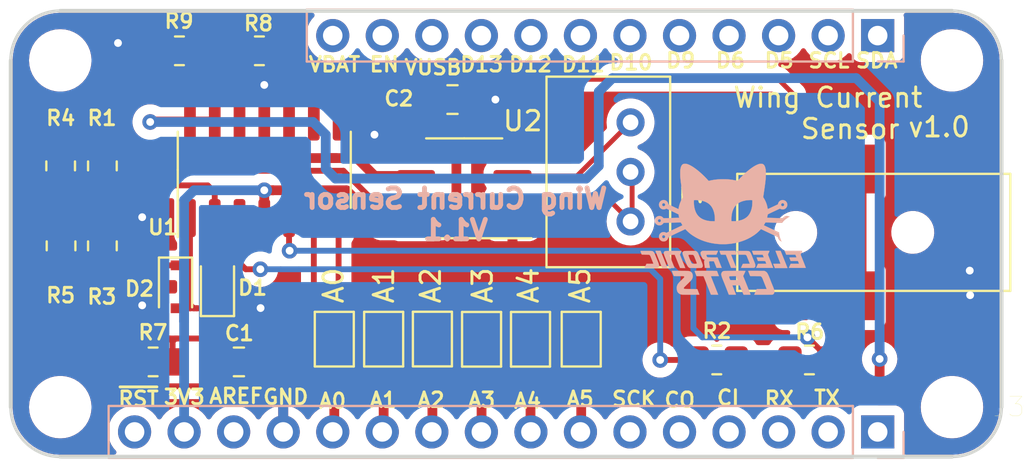
<source format=kicad_pcb>
(kicad_pcb (version 20221018) (generator pcbnew)
  (title_block (title "Wing Current Sensor") (date "2021-03-12") (rev "v1.0") (company "Electronic Cats"))
  (layers (0 "F.Cu" signal) (31 "B.Cu" signal) (34 "B.Paste" user) (35 "F.Paste" user) (36 "B.SilkS" user "B.Silkscreen") (37 "F.SilkS" user "F.Silkscreen") (38 "B.Mask" user) (39 "F.Mask" user) (44 "Edge.Cuts" user))
  (net 0 "")
  (net 1 "Net-(C1-Pad2)")
  (net 2 "/OUT")
  (net 3 "GND")
  (net 4 "Net-(D1-Pad2)")
  (net 5 "Net-(D1-Pad1)")
  (net 6 "Net-(D2-Pad1)")
  (net 7 "Net-(R2-Pad1)")
  (net 8 "Net-(R6-Pad1)")
  (net 9 "Net-(RV1-Pad1)")
  (net 10 "Net-(RV1-Pad3)")
  (net 11 "Net-(R8-Pad2)")
  (net 12 "/TX")
  (net 13 "/RX")
  (net 14 "/MISO")
  (net 15 "/MOSI")
  (net 16 "/SCK")
  (net 17 "/A5")
  (net 18 "/A4")
  (net 19 "/A3")
  (net 20 "/A2")
  (net 21 "/A1")
  (net 22 "/A0")
  (net 23 "/AREF")
  (net 24 "+3V3")
  (net 25 "/~{RST}")
  (net 26 "/SDA")
  (net 27 "/SCL")
  (net 28 "/EN")
  (net 29 "/VBUS")
  (net 30 "Net-(J1-Pad1)")
  (net 31 "/9")
  (net 32 "/10")
  (net 33 "/11")
  (net 34 "/12")
  (net 35 "/13")
  (net 36 "Net-(J2-Pad12)")
  (net 37 "Net-(J2-Pad3)")
  (net 38 "Net-(J2-Pad4)")
  (net 39 "/IN+")
  (net 40 "/OUT1")
  (net 41 "/VREF")
  (net 42 "Net-(J3-Pad2)")
  (footprint "MountingHole:MountingHole_2.7mm_M2.5" (layer "F.Cu") (at 110.54 92.94)
    (fp_text reference "REF**" hide)
    (fp_text value "MountingHole_2.7mm_M2.5" hide)
    (pad "" np_thru_hole circle locked (at 0 0) (size 2.7 2.7) (drill 2.7) (layers "*.Cu" "*.Mask"))
  )
  (footprint "MountingHole:MountingHole_2.7mm_M2.5" (layer "F.Cu") (at 110.54 110.72)
    (fp_text reference "REF**" hide)
    (fp_text value "MountingHole_2.7mm_M2.5" hide)
    (pad "" np_thru_hole circle locked (at 0 0) (size 2.7 2.7) (drill 2.7) (layers "*.Cu" "*.Mask"))
  )
  (footprint "MountingHole:MountingHole_2.7mm_M2.5" (layer "F.Cu") (at 156.26 110.72)
    (fp_text reference "REF**" hide)
    (fp_text value "MountingHole_2.7mm_M2.5" hide)
    (pad "" np_thru_hole circle locked (at 0 0) (size 2.7 2.7) (drill 2.7) (layers "*.Cu" "*.Mask"))
  )
  (footprint "MountingHole:MountingHole_2.7mm_M2.5" (layer "F.Cu") (at 156.26 92.94)
    (fp_text reference "REF**" hide)
    (fp_text value "MountingHole_2.7mm_M2.5" hide)
    (pad "" np_thru_hole circle locked (at 0 0) (size 2.7 2.7) (drill 2.7) (layers "*.Cu" "*.Mask"))
  )
  (footprint "Capacitor_SMD:C_0805_2012Metric_Pad1.18x1.45mm_HandSolder" (layer "F.Cu") (at 119.7 108.4)
    (fp_text reference "C1" (at 0.02 -1.466) (layer "F.SilkS") (effects (font (size 0.75 0.75))))
    (fp_text value "10 μ ")
    (pad "1" smd roundrect (at -1.0375 0) (size 1.175 1.45) (layers "F.Cu" "F.Paste" "F.Mask") (roundrect_rratio 0.2127659574) (net 2 "/OUT"))
    (pad "2" smd roundrect (at 1.0375 0) (size 1.175 1.45) (layers "F.Cu" "F.Paste" "F.Mask") (roundrect_rratio 0.2127659574) (net 1 "Net-(C1-Pad2)"))
  )
  (footprint "Capacitor_SMD:C_0805_2012Metric_Pad1.18x1.45mm_HandSolder" (layer "F.Cu") (at 130.65 94.95)
    (fp_text reference "C2" (at -2.75 -0.05) (layer "F.SilkS") (effects (font (size 0.75 0.75))))
    (fp_text value "0.1μ ")
    (pad "1" smd roundrect (at -1.0375 0) (size 1.175 1.45) (layers "F.Cu" "F.Paste" "F.Mask") (roundrect_rratio 0.2127659574) (net 24 "+3V3"))
    (pad "2" smd roundrect (at 1.0375 0) (size 1.175 1.45) (layers "F.Cu" "F.Paste" "F.Mask") (roundrect_rratio 0.2127659574) (net 3 "GND"))
  )
  (footprint "Diode_SMD:D_SOD-323F" (layer "F.Cu") (at 118.6 104.55 90)
    (fp_text reference "D1" (at -0.05 1.796 180) (layer "F.SilkS") (effects (font (size 0.75 0.75))))
    (fp_text value "DIODE")
    (pad "1" smd rect (at -1.1 0 90) (size 0.5 0.5) (layers "F.Cu" "F.Paste" "F.Mask") (net 5 "Net-(D1-Pad1)"))
    (pad "2" smd rect (at 1.1 0 90) (size 0.5 0.5) (layers "F.Cu" "F.Paste" "F.Mask") (net 4 "Net-(D1-Pad2)"))
  )
  (footprint "Diode_SMD:D_SOD-323F" (layer "F.Cu") (at 116.45 104.55 -90)
    (fp_text reference "D2" (at 0.1 1.85 180) (layer "F.SilkS") (effects (font (size 0.75 0.75))))
    (fp_text value "DIODE")
    (pad "1" smd rect (at -1.1 0 270) (size 0.5 0.5) (layers "F.Cu" "F.Paste" "F.Mask") (net 6 "Net-(D2-Pad1)"))
    (pad "2" smd rect (at 1.1 0 270) (size 0.5 0.5) (layers "F.Cu" "F.Paste" "F.Mask") (net 5 "Net-(D1-Pad1)"))
  )
  (footprint "CUI_SJ-3524-SMT" (layer "F.Cu") (at 159.25 104.76 180)
    (fp_text reference "J3" (at 0.075115 -5.945065) (layer "F.SilkS") (effects (font (size 1.001693 1.001693) (thickness 0.015))))
    (fp_text value "PJ-320B")
    (pad "" np_thru_hole circle (at 5 3 180) (size 1.7 1.7) (drill 1.7) (layers "*.Cu" "*.Mask"))
    (pad "" np_thru_hole circle (at 11 3 180) (size 1.7 1.7) (drill 1.7) (layers "*.Cu" "*.Mask"))
    (pad "1" smd rect (at 4.3 -0.25 180) (size 1.2 2.5) (layers "F.Cu" "F.Paste" "F.Mask") (net 3 "GND"))
    (pad "1" smd rect (at 4.3 6.25 180) (size 1.2 2.5) (layers "F.Cu" "F.Paste" "F.Mask") (net 3 "GND"))
    (pad "2" smd rect (at 7.5 -0.25 180) (size 1.2 2.5) (layers "F.Cu" "F.Paste" "F.Mask") (net 42 "Net-(J3-Pad2)"))
    (pad "2" smd rect (at 7.5 6.25 180) (size 1.2 2.5) (layers "F.Cu" "F.Paste" "F.Mask") (net 42 "Net-(J3-Pad2)"))
    (pad "3" smd rect (at 11 -0.25 180) (size 1.2 2.5) (layers "F.Cu" "F.Paste" "F.Mask") (net 39 "/IN+"))
    (pad "3" smd rect (at 11 6.25 180) (size 1.2 2.5) (layers "F.Cu" "F.Paste" "F.Mask") (net 39 "/IN+"))
  )
  (footprint "Resistor_SMD:R_0805_2012Metric_Pad1.20x1.40mm_HandSolder" (layer "F.Cu") (at 112.7 98.35 -90)
    (fp_text reference "R1" (at -2.45 0.02 180) (layer "F.SilkS") (effects (font (size 0.75 0.75))))
    (fp_text value "10K")
    (pad "1" smd roundrect (at -1 0 270) (size 1.2 1.4) (layers "F.Cu" "F.Paste" "F.Mask") (roundrect_rratio 0.2083325) (net 40 "/OUT1"))
    (pad "2" smd roundrect (at 1 0 270) (size 1.2 1.4) (layers "F.Cu" "F.Paste" "F.Mask") (roundrect_rratio 0.2083325) (net 4 "Net-(D1-Pad2)"))
  )
  (footprint "Resistor_SMD:R_0805_2012Metric_Pad1.20x1.40mm_HandSolder" (layer "F.Cu") (at 144.2 108.3)
    (fp_text reference "R2" (at 0.01 -1.49) (layer "F.SilkS") (effects (font (size 0.75 0.75))))
    (fp_text value "5K")
    (pad "1" smd roundrect (at -1 0) (size 1.2 1.4) (layers "F.Cu" "F.Paste" "F.Mask") (roundrect_rratio 0.2083325) (net 7 "Net-(R2-Pad1)"))
    (pad "2" smd roundrect (at 1 0) (size 1.2 1.4) (layers "F.Cu" "F.Paste" "F.Mask") (roundrect_rratio 0.2083325) (net 41 "/VREF"))
  )
  (footprint "Resistor_SMD:R_0805_2012Metric_Pad1.20x1.40mm_HandSolder" (layer "F.Cu") (at 112.7 102.45 -90)
    (fp_text reference "R3" (at 2.61 0.03 180) (layer "F.SilkS") (effects (font (size 0.75 0.75))))
    (fp_text value "10K")
    (pad "1" smd roundrect (at -1 0 270) (size 1.2 1.4) (layers "F.Cu" "F.Paste" "F.Mask") (roundrect_rratio 0.2083325) (net 4 "Net-(D1-Pad2)"))
    (pad "2" smd roundrect (at 1 0 270) (size 1.2 1.4) (layers "F.Cu" "F.Paste" "F.Mask") (roundrect_rratio 0.2083325) (net 6 "Net-(D2-Pad1)"))
  )
  (footprint "Resistor_SMD:R_0805_2012Metric_Pad1.20x1.40mm_HandSolder" (layer "F.Cu") (at 110.58 102.45 90)
    (fp_text reference "R5" (at -2.54 -0.02 180) (layer "F.SilkS") (effects (font (size 0.75 0.75))))
    (fp_text value "5K")
    (pad "1" smd roundrect (at -1 0 90) (size 1.2 1.4) (layers "F.Cu" "F.Paste" "F.Mask") (roundrect_rratio 0.2083325) (net 6 "Net-(D2-Pad1)"))
    (pad "2" smd roundrect (at 1 0 90) (size 1.2 1.4) (layers "F.Cu" "F.Paste" "F.Mask") (roundrect_rratio 0.2083325) (net 1 "Net-(C1-Pad2)"))
  )
  (footprint "Resistor_SMD:R_0805_2012Metric_Pad1.20x1.40mm_HandSolder" (layer "F.Cu") (at 148.95 108.3 180)
    (fp_text reference "R6" (at -0.02 1.44) (layer "F.SilkS") (effects (font (size 0.75 0.75))))
    (fp_text value "3.3K")
    (pad "1" smd roundrect (at -1 0 180) (size 1.2 1.4) (layers "F.Cu" "F.Paste" "F.Mask") (roundrect_rratio 0.2083325) (net 8 "Net-(R6-Pad1)"))
    (pad "2" smd roundrect (at 1 0 180) (size 1.2 1.4) (layers "F.Cu" "F.Paste" "F.Mask") (roundrect_rratio 0.2083325) (net 41 "/VREF"))
  )
  (footprint "Resistor_SMD:R_0805_2012Metric_Pad1.20x1.40mm_HandSolder" (layer "F.Cu") (at 115.3 108.4)
    (fp_text reference "R7" (at -0.01 -1.51) (layer "F.SilkS") (effects (font (size 0.75 0.75))))
    (fp_text value "10K")
    (pad "1" smd roundrect (at -1 0) (size 1.2 1.4) (layers "F.Cu" "F.Paste" "F.Mask") (roundrect_rratio 0.2083325) (net 2 "/OUT"))
    (pad "2" smd roundrect (at 1 0) (size 1.2 1.4) (layers "F.Cu" "F.Paste" "F.Mask") (roundrect_rratio 0.2083325) (net 1 "Net-(C1-Pad2)"))
  )
  (footprint "Resistor_SMD:R_0805_2012Metric_Pad1.20x1.40mm_HandSolder" (layer "F.Cu") (at 120.75 92.45 180)
    (fp_text reference "R8" (at 0.05 1.4 180) (layer "F.SilkS") (effects (font (size 0.75 0.75))))
    (fp_text value "10K")
    (pad "1" smd roundrect (at -1 0 180) (size 1.2 1.4) (layers "F.Cu" "F.Paste" "F.Mask") (roundrect_rratio 0.2083325) (net 24 "+3V3"))
    (pad "2" smd roundrect (at 1 0 180) (size 1.2 1.4) (layers "F.Cu" "F.Paste" "F.Mask") (roundrect_rratio 0.2083325) (net 11 "Net-(R8-Pad2)"))
  )
  (footprint "Resistor_SMD:R_0805_2012Metric_Pad1.20x1.40mm_HandSolder" (layer "F.Cu") (at 116.65 92.45 180)
    (fp_text reference "R9" (at 0.02 1.53 180) (layer "F.SilkS") (effects (font (size 0.75 0.75))))
    (fp_text value "10K")
    (pad "1" smd roundrect (at -1 0 180) (size 1.2 1.4) (layers "F.Cu" "F.Paste" "F.Mask") (roundrect_rratio 0.2083325) (net 11 "Net-(R8-Pad2)"))
    (pad "2" smd roundrect (at 1 0 180) (size 1.2 1.4) (layers "F.Cu" "F.Paste" "F.Mask") (roundrect_rratio 0.2083325) (net 3 "GND"))
  )
  (footprint "Potentiometer_THT:Potentiometer_Bourns_3299W_Vertical" (layer "F.Cu") (at 139.78 101.2 -90)
    (fp_text reference "RV1" (at -1.35 -3.55 180) (layer "F.SilkS") (effects (font (size 0.75 0.75))))
    (fp_text value "10K")
    (pad "1" thru_hole circle (at 0 0 270) (size 1.44 1.44) (drill 0.8) (layers "*.Cu" "*.Mask") (net 9 "Net-(RV1-Pad1)"))
    (pad "2" thru_hole circle (at -2.54 0 270) (size 1.44 1.44) (drill 0.8) (layers "*.Cu" "*.Mask") (net 9 "Net-(RV1-Pad1)"))
    (pad "3" thru_hole circle (at -5.08 0 270) (size 1.44 1.44) (drill 0.8) (layers "*.Cu" "*.Mask") (net 10 "Net-(RV1-Pad3)"))
  )
  (footprint "Package_SO:SO-14_3.9x8.65mm_P1.27mm" (layer "F.Cu") (at 121 98.55 90)
    (fp_text reference "U1" (at -2.95 -5.2 180) (layer "F.SilkS") (effects (font (size 0.75 0.75))))
    (fp_text value "TL084")
    (pad "1" smd roundrect (at -2.475 -3.81 90) (size 1.95 0.6) (layers "F.Cu" "F.Paste" "F.Mask") (net 5 "Net-(D1-Pad1)"))
    (pad "2" smd roundrect (at -2.475 -2.54 90) (size 1.95 0.6) (layers "F.Cu" "F.Paste" "F.Mask") (net 4 "Net-(D1-Pad2)"))
    (pad "3" smd roundrect (at -2.475 -1.27 90) (size 1.95 0.6) (layers "F.Cu" "F.Paste" "F.Mask") (net 7 "Net-(R2-Pad1)"))
    (pad "4" smd roundrect (at -2.475 0 90) (size 1.95 0.6) (layers "F.Cu" "F.Paste" "F.Mask") (net 24 "+3V3"))
    (pad "5" smd roundrect (at -2.475 1.27 90) (size 1.95 0.6) (layers "F.Cu" "F.Paste" "F.Mask") (net 8 "Net-(R6-Pad1)"))
    (pad "6" smd roundrect (at -2.475 2.54 90) (size 1.95 0.6) (layers "F.Cu" "F.Paste" "F.Mask") (net 1 "Net-(C1-Pad2)"))
    (pad "7" smd roundrect (at -2.475 3.81 90) (size 1.95 0.6) (layers "F.Cu" "F.Paste" "F.Mask") (net 2 "/OUT"))
    (pad "8" smd roundrect (at 2.475 3.81 90) (size 1.95 0.6) (layers "F.Cu" "F.Paste" "F.Mask"))
    (pad "9" smd roundrect (at 2.475 2.54 90) (size 1.95 0.6) (layers "F.Cu" "F.Paste" "F.Mask"))
    (pad "10" smd roundrect (at 2.475 1.27 90) (size 1.95 0.6) (layers "F.Cu" "F.Paste" "F.Mask"))
    (pad "11" smd roundrect (at 2.475 0 90) (size 1.95 0.6) (layers "F.Cu" "F.Paste" "F.Mask") (net 3 "GND"))
    (pad "12" smd roundrect (at 2.475 -1.27 90) (size 1.95 0.6) (layers "F.Cu" "F.Paste" "F.Mask") (net 11 "Net-(R8-Pad2)"))
    (pad "13" smd roundrect (at 2.475 -2.54 90) (size 1.95 0.6) (layers "F.Cu" "F.Paste" "F.Mask") (net 41 "/VREF"))
    (pad "14" smd roundrect (at 2.475 -3.81 90) (size 1.95 0.6) (layers "F.Cu" "F.Paste" "F.Mask") (net 41 "/VREF"))
  )
  (footprint "Package_SO:SOIC-8_3.9x4.9mm_P1.27mm" (layer "F.Cu") (at 131.25 99.5 180)
    (fp_text reference "U2" (at -3 3.45) (layer "F.SilkS"))
    (fp_text value "AD8226")
    (pad "1" smd roundrect (at -2.475 -1.905 180) (size 1.95 0.6) (layers "F.Cu" "F.Paste" "F.Mask") (net 3 "GND"))
    (pad "2" smd roundrect (at -2.475 -0.635 180) (size 1.95 0.6) (layers "F.Cu" "F.Paste" "F.Mask") (net 9 "Net-(RV1-Pad1)"))
    (pad "3" smd roundrect (at -2.475 0.635 180) (size 1.95 0.6) (layers "F.Cu" "F.Paste" "F.Mask") (net 10 "Net-(RV1-Pad3)"))
    (pad "4" smd roundrect (at -2.475 1.905 180) (size 1.95 0.6) (layers "F.Cu" "F.Paste" "F.Mask") (net 39 "/IN+"))
    (pad "5" smd roundrect (at 2.475 1.905 180) (size 1.95 0.6) (layers "F.Cu" "F.Paste" "F.Mask") (net 3 "GND"))
    (pad "6" smd roundrect (at 2.475 0.635 180) (size 1.95 0.6) (layers "F.Cu" "F.Paste" "F.Mask") (net 41 "/VREF"))
    (pad "7" smd roundrect (at 2.475 -0.635 180) (size 1.95 0.6) (layers "F.Cu" "F.Paste" "F.Mask") (net 40 "/OUT1"))
    (pad "8" smd roundrect (at 2.475 -1.905 180) (size 1.95 0.6) (layers "F.Cu" "F.Paste" "F.Mask") (net 24 "+3V3"))
  )
  (footprint "Resistor_SMD:R_0805_2012Metric_Pad1.20x1.40mm_HandSolder" (layer "F.Cu") (at 110.56 98.35 -90)
    (fp_text reference "R4" (at -2.45 0 180) (layer "F.SilkS") (effects (font (size 0.75 0.75))))
    (fp_text value "10K")
    (pad "1" smd roundrect (at -1 0 270) (size 1.2 1.4) (layers "F.Cu" "F.Paste" "F.Mask") (roundrect_rratio 0.2083325) (net 40 "/OUT1"))
    (pad "2" smd roundrect (at 1 0 270) (size 1.2 1.4) (layers "F.Cu" "F.Paste" "F.Mask") (roundrect_rratio 0.2083325) (net 1 "Net-(C1-Pad2)"))
  )
  (footprint "Jumper:SolderJumper-2_P1.3mm_Open_TrianglePad1.0x1.5mm" (layer "F.Cu") (at 137.25 107.235 -90)
    (fp_text reference "A5" (at -2.755 0.06 90) (layer "F.SilkS"))
    (fp_text value "A5")
    (pad "1" smd custom (at -0.725 0 270) (size 0.3 0.3) (layers "F.Cu" "F.Mask") (net 2 "/OUT") (options (clearance outline) (anchor rect)) (primitives (gr_poly (pts (xy -0.5 -0.75) (xy 0.5 -0.75) (xy 1 0) (xy 0.5 0.75) (xy -0.5 0.75)) (width 0) (fill yes))))
    (pad "2" smd custom (at 0.725 0 270) (size 0.3 0.3) (layers "F.Cu" "F.Mask") (net 17 "/A5") (options (clearance outline) (anchor rect)) (primitives (gr_poly (pts (xy -0.65 -0.75) (xy 0.5 -0.75) (xy 0.5 0.75) (xy -0.65 0.75) (xy -0.15 0)) (width 0) (fill yes))))
  )
  (footprint "Jumper:SolderJumper-2_P1.3mm_Open_TrianglePad1.0x1.5mm" (layer "F.Cu") (at 134.65 107.24 -90)
    (fp_text reference "A4" (at -2.76 0.1 90) (layer "F.SilkS"))
    (fp_text value "A4")
    (pad "1" smd custom (at -0.725 0 270) (size 0.3 0.3) (layers "F.Cu" "F.Mask") (net 2 "/OUT") (options (clearance outline) (anchor rect)) (primitives (gr_poly (pts (xy -0.5 -0.75) (xy 0.5 -0.75) (xy 1 0) (xy 0.5 0.75) (xy -0.5 0.75)) (width 0) (fill yes))))
    (pad "2" smd custom (at 0.725 0 270) (size 0.3 0.3) (layers "F.Cu" "F.Mask") (net 18 "/A4") (options (clearance outline) (anchor rect)) (primitives (gr_poly (pts (xy -0.65 -0.75) (xy 0.5 -0.75) (xy 0.5 0.75) (xy -0.65 0.75) (xy -0.15 0)) (width 0) (fill yes))))
  )
  (footprint "Jumper:SolderJumper-2_P1.3mm_Open_TrianglePad1.0x1.5mm" (layer "F.Cu") (at 129.62 107.23 -90)
    (fp_text reference "A2" (at -2.75 0.09 90) (layer "F.SilkS"))
    (fp_text value "A2")
    (pad "1" smd custom (at -0.725 0 270) (size 0.3 0.3) (layers "F.Cu" "F.Mask") (net 2 "/OUT") (options (clearance outline) (anchor rect)) (primitives (gr_poly (pts (xy -0.5 -0.75) (xy 0.5 -0.75) (xy 1 0) (xy 0.5 0.75) (xy -0.5 0.75)) (width 0) (fill yes))))
    (pad "2" smd custom (at 0.725 0 270) (size 0.3 0.3) (layers "F.Cu" "F.Mask") (net 20 "/A2") (options (clearance outline) (anchor rect)) (primitives (gr_poly (pts (xy -0.65 -0.75) (xy 0.5 -0.75) (xy 0.5 0.75) (xy -0.65 0.75) (xy -0.15 0)) (width 0) (fill yes))))
  )
  (footprint "Jumper:SolderJumper-2_P1.3mm_Open_TrianglePad1.0x1.5mm" (layer "F.Cu") (at 132.14 107.24 -90)
    (fp_text reference "A3" (at -2.76 -0.05 90) (layer "F.SilkS"))
    (fp_text value "A3")
    (pad "1" smd custom (at -0.725 0 270) (size 0.3 0.3) (layers "F.Cu" "F.Mask") (net 2 "/OUT") (options (clearance outline) (anchor rect)) (primitives (gr_poly (pts (xy -0.5 -0.75) (xy 0.5 -0.75) (xy 1 0) (xy 0.5 0.75) (xy -0.5 0.75)) (width 0) (fill yes))))
    (pad "2" smd custom (at 0.725 0 270) (size 0.3 0.3) (layers "F.Cu" "F.Mask") (net 19 "/A3") (options (clearance outline) (anchor rect)) (primitives (gr_poly (pts (xy -0.65 -0.75) (xy 0.5 -0.75) (xy 0.5 0.75) (xy -0.65 0.75) (xy -0.15 0)) (width 0) (fill yes))))
  )
  (footprint "Jumper:SolderJumper-2_P1.3mm_Open_TrianglePad1.0x1.5mm" (layer "F.Cu") (at 124.59 107.235 -90)
    (fp_text reference "A0" (at -2.755 0.04 90) (layer "F.SilkS"))
    (fp_text value "A0")
    (pad "1" smd custom (at -0.725 0 270) (size 0.3 0.3) (layers "F.Cu" "F.Mask") (net 2 "/OUT") (options (clearance outline) (anchor rect)) (primitives (gr_poly (pts (xy -0.5 -0.75) (xy 0.5 -0.75) (xy 1 0) (xy 0.5 0.75) (xy -0.5 0.75)) (width 0) (fill yes))))
    (pad "2" smd custom (at 0.725 0 270) (size 0.3 0.3) (layers "F.Cu" "F.Mask") (net 22 "/A0") (options (clearance outline) (anchor rect)) (primitives (gr_poly (pts (xy -0.65 -0.75) (xy 0.5 -0.75) (xy 0.5 0.75) (xy -0.65 0.75) (xy -0.15 0)) (width 0) (fill yes))))
  )
  (footprint "Jumper:SolderJumper-2_P1.3mm_Open_TrianglePad1.0x1.5mm" (layer "F.Cu") (at 127.12 107.235 -90)
    (fp_text reference "A1" (at -2.755 -0.01 90) (layer "F.SilkS"))
    (fp_text value "A1")
    (pad "1" smd custom (at -0.725 0 270) (size 0.3 0.3) (layers "F.Cu" "F.Mask") (net 2 "/OUT") (options (clearance outline) (anchor rect)) (primitives (gr_poly (pts (xy -0.5 -0.75) (xy 0.5 -0.75) (xy 1 0) (xy 0.5 0.75) (xy -0.5 0.75)) (width 0) (fill yes))))
    (pad "2" smd custom (at 0.725 0 270) (size 0.3 0.3) (layers "F.Cu" "F.Mask") (net 21 "/A1") (options (clearance outline) (anchor rect)) (primitives (gr_poly (pts (xy -0.65 -0.75) (xy 0.5 -0.75) (xy 0.5 0.75) (xy -0.65 0.75) (xy -0.15 0)) (width 0) (fill yes))))
  )
  (footprint "Connector_PinHeader_2.54mm:PinHeader_1x16_P2.54mm_Vertical" (layer "B.Cu") (at 152.45 111.99 90)
    (fp_text reference "J1" hide)
    (fp_text value "feather long" hide)
    (pad "1" thru_hole rect (at 0 0 90) (size 1.7 1.7) (drill 1) (layers "*.Cu" "*.Mask") (net 30 "Net-(J1-Pad1)"))
    (pad "2" thru_hole oval (at 0 -2.54 90) (size 1.7 1.7) (drill 1) (layers "*.Cu" "*.Mask") (net 12 "/TX"))
    (pad "3" thru_hole oval (at 0 -5.08 90) (size 1.7 1.7) (drill 1) (layers "*.Cu" "*.Mask") (net 13 "/RX"))
    (pad "4" thru_hole oval (at 0 -7.62 90) (size 1.7 1.7) (drill 1) (layers "*.Cu" "*.Mask") (net 14 "/MISO"))
    (pad "5" thru_hole oval (at 0 -10.16 90) (size 1.7 1.7) (drill 1) (layers "*.Cu" "*.Mask") (net 15 "/MOSI"))
    (pad "6" thru_hole oval (at 0 -12.7 90) (size 1.7 1.7) (drill 1) (layers "*.Cu" "*.Mask") (net 16 "/SCK"))
    (pad "7" thru_hole oval (at 0 -15.24 90) (size 1.7 1.7) (drill 1) (layers "*.Cu" "*.Mask") (net 17 "/A5"))
    (pad "8" thru_hole oval (at 0 -17.78 90) (size 1.7 1.7) (drill 1) (layers "*.Cu" "*.Mask") (net 18 "/A4"))
    (pad "9" thru_hole oval (at 0 -20.32 90) (size 1.7 1.7) (drill 1) (layers "*.Cu" "*.Mask") (net 19 "/A3"))
    (pad "10" thru_hole oval (at 0 -22.86 90) (size 1.7 1.7) (drill 1) (layers "*.Cu" "*.Mask") (net 20 "/A2"))
    (pad "11" thru_hole oval (at 0 -25.4 90) (size 1.7 1.7) (drill 1) (layers "*.Cu" "*.Mask") (net 21 "/A1"))
    (pad "12" thru_hole oval (at 0 -27.94 90) (size 1.7 1.7) (drill 1) (layers "*.Cu" "*.Mask") (net 22 "/A0"))
    (pad "13" thru_hole oval (at 0 -30.48 90) (size 1.7 1.7) (drill 1) (layers "*.Cu" "*.Mask") (net 3 "GND"))
    (pad "14" thru_hole oval (at 0 -33.02 90) (size 1.7 1.7) (drill 1) (layers "*.Cu" "*.Mask") (net 23 "/AREF"))
    (pad "15" thru_hole oval (at 0 -35.56 90) (size 1.7 1.7) (drill 1) (layers "*.Cu" "*.Mask") (net 24 "+3V3"))
    (pad "16" thru_hole oval (at 0 -38.1 90) (size 1.7 1.7) (drill 1) (layers "*.Cu" "*.Mask") (net 25 "/~{RST}"))
  )
  (footprint "Connector_PinHeader_2.54mm:PinHeader_1x12_P2.54mm_Vertical" (layer "B.Cu") (at 152.45 91.67 90)
    (fp_text reference "J2" hide)
    (fp_text value "feather short" hide)
    (pad "1" thru_hole rect (at 0 0 90) (size 1.7 1.7) (drill 1) (layers "*.Cu" "*.Mask") (net 26 "/SDA"))
    (pad "2" thru_hole oval (at 0 -2.54 90) (size 1.7 1.7) (drill 1) (layers "*.Cu" "*.Mask") (net 27 "/SCL"))
    (pad "3" thru_hole oval (at 0 -5.08 90) (size 1.7 1.7) (drill 1) (layers "*.Cu" "*.Mask") (net 37 "Net-(J2-Pad3)"))
    (pad "4" thru_hole oval (at 0 -7.62 90) (size 1.7 1.7) (drill 1) (layers "*.Cu" "*.Mask") (net 38 "Net-(J2-Pad4)"))
    (pad "5" thru_hole oval (at 0 -10.16 90) (size 1.7 1.7) (drill 1) (layers "*.Cu" "*.Mask") (net 31 "/9"))
    (pad "6" thru_hole oval (at 0 -12.7 90) (size 1.7 1.7) (drill 1) (layers "*.Cu" "*.Mask") (net 32 "/10"))
    (pad "7" thru_hole oval (at 0 -15.24 90) (size 1.7 1.7) (drill 1) (layers "*.Cu" "*.Mask") (net 33 "/11"))
    (pad "8" thru_hole oval (at 0 -17.78 90) (size 1.7 1.7) (drill 1) (layers "*.Cu" "*.Mask") (net 34 "/12"))
    (pad "9" thru_hole oval (at 0 -20.32 90) (size 1.7 1.7) (drill 1) (layers "*.Cu" "*.Mask") (net 35 "/13"))
    (pad "10" thru_hole oval (at 0 -22.86 90) (size 1.7 1.7) (drill 1) (layers "*.Cu" "*.Mask") (net 29 "/VBUS"))
    (pad "11" thru_hole oval (at 0 -25.4 90) (size 1.7 1.7) (drill 1) (layers "*.Cu" "*.Mask") (net 28 "/EN"))
    (pad "12" thru_hole oval (at 0 -27.94 90) (size 1.7 1.7) (drill 1) (layers "*.Cu" "*.Mask") (net 36 "Net-(J2-Pad12)"))
  )
  (footprint "Aesthetics:electronic_cats_logo_8x6" (layer "B.Cu") (at 144.526 101.6 180)
    (fp_text reference "G***" hide)
    (fp_text value "LOGO" hide)
  )
  (gr_arc (start 156.26 90.4) (mid 158.056051 91.143949) (end 158.8 92.94) (stroke (width 0.15)) (layer "Edge.Cuts"))
  (gr_arc (start 158.8 110.72) (mid 158.056051 112.516051) (end 156.26 113.26) (stroke (width 0.15)) (layer "Edge.Cuts"))
  (gr_line (start 156.26 113.26) (end 110.54 113.26) (stroke (width 0.2)) (layer "Edge.Cuts"))
  (gr_arc (start 108 92.94) (mid 108.743949 91.143949) (end 110.54 90.4) (stroke (width 0.15)) (layer "Edge.Cuts"))
  (gr_line (start 158.8 92.94) (end 158.8 110.72) (stroke (width 0.2)) (layer "Edge.Cuts"))
  (gr_line (start 108 110.72) (end 108 92.94) (stroke (width 0.2)) (layer "Edge.Cuts"))
  (gr_line (start 110.54 90.4) (end 156.26 90.4) (stroke (width 0.2)) (layer "Edge.Cuts"))
  (gr_arc (start 110.54 113.26) (mid 108.743949 112.516051) (end 108 110.72) (stroke (width 0.15)) (layer "Edge.Cuts"))
  (gr_text "Wing Current Sensor\nV1.1" (at 130.81 100.838) (layer "B.SilkS") (effects (font (size 1 1) (thickness 0.25)) (justify mirror)))
  (gr_text "3V3" (at 116.9 110.2) (layer "F.SilkS") (effects (font (size 0.75 0.75))))
  (gr_text "AREF" (at 119.55 110.15) (layer "F.SilkS") (effects (font (size 0.75 0.75))))
  (gr_text "GND" (at 122.1 110.2) (layer "F.SilkS") (effects (font (size 0.75 0.75))))
  (gr_text "A0" (at 124.5 110.4) (layer "F.SilkS") (effects (font (size 0.75 0.75))))
  (gr_text "A1" (at 127.1 110.35) (layer "F.SilkS") (effects (font (size 0.75 0.75))))
  (gr_text "A2" (at 129.55 110.35) (layer "F.SilkS") (effects (font (size 0.75 0.75))))
  (gr_text "A4" (at 134.5 110.4) (layer "F.SilkS") (effects (font (size 0.75 0.75))))
  (gr_text "A5" (at 137.2 110.3) (layer "F.SilkS") (effects (font (size 0.75 0.75))))
  (gr_text "SCK" (at 139.954 110.3) (layer "F.SilkS") (effects (font (size 0.75 0.75))))
  (gr_text "CO" (at 142.3 110.35) (layer "F.SilkS") (effects (font (size 0.75 0.75))))
  (gr_text "CI" (at 144.78 110.236) (layer "F.SilkS") (effects (font (size 0.75 0.75))))
  (gr_text "RX" (at 147.4 110.3) (layer "F.SilkS") (effects (font (size 0.75 0.75))))
  (gr_text "TX" (at 149.85 110.25) (layer "F.SilkS") (effects (font (size 0.75 0.75))))
  (gr_text "SDA" (at 152.4 92.95) (layer "F.SilkS") (effects (font (size 0.75 0.75))))
  (gr_text "SCL" (at 149.95 92.95) (layer "F.SilkS") (effects (font (size 0.75 0.75))))
  (gr_text "D5" (at 147.4 92.95) (layer "F.SilkS") (effects (font (size 0.75 0.75))))
  (gr_text "D6" (at 144.9 92.95) (layer "F.SilkS") (effects (font (size 0.75 0.75))))
  (gr_text "D9" (at 142.35 92.95) (layer "F.SilkS") (effects (font (size 0.75 0.75))))
  (gr_text "D10" (at 139.8 93.05) (layer "F.SilkS") (effects (font (size 0.75 0.75))))
  (gr_text "D11" (at 137.35 93.15) (layer "F.SilkS") (effects (font (size 0.75 0.75))))
  (gr_text "D12" (at 134.65 93.15) (layer "F.SilkS") (effects (font (size 0.75 0.75))))
  (gr_text "D13" (at 132.15 93.15) (layer "F.SilkS") (effects (font (size 0.75 0.75))))
  (gr_text "EN" (at 127.15 93.15) (layer "F.SilkS") (effects (font (size 0.75 0.75))))
  (gr_text "VBAT" (at 124.6 93.15) (layer "F.SilkS") (effects (font (size 0.75 0.75))))
  (gr_text "VUSB" (at 129.65 93.3) (layer "F.SilkS") (effects (font (size 0.75 0.75))))
  (gr_text "A3" (at 132.15 110.35) (layer "F.SilkS") (effects (font (size 0.75 0.75))))
  (gr_text "v1.0" (at 155.6 96.36) (layer "F.SilkS") (effects (font (size 1 1))))
  (gr_text "~{RST}" (at 114.55 110.3) (layer "F.SilkS") (effects (font (size 0.75 0.75))))
  (gr_text "Wing Current \n  Sensor" (at 150.28 95.65) (layer "F.SilkS") (effects (font (size 1 1))))
  (segment (start 109.36 101.45) (end 110.58 101.45) (width 0.3) (layer "F.Cu") (net 1))
  (segment (start 109.19 101.62) (end 109.36 101.45) (width 0.3) (layer "F.Cu") (net 1))
  (segment (start 116.3 107.35) (end 116.3 108.4) (width 0.3) (layer "F.Cu") (net 1))
  (segment (start 121.45 107.2) (end 121.05 107.2) (width 0.3) (layer "F.Cu") (net 1))
  (segment (start 121.7 106.95) (end 121.45 107.2) (width 0.3) (layer "F.Cu") (net 1))
  (segment (start 109.19 106.56) (end 109.19 101.62) (width 0.3) (layer "F.Cu") (net 1))
  (segment (start 116.5 107.2) (end 116.45 107.2) (width 0.3) (layer "F.Cu") (net 1))
  (segment (start 121.05 107.2) (end 120.7375 107.5125) (width 0.3) (layer "F.Cu") (net 1))
  (segment (start 120.7375 107.2875) (end 120.65 107.2) (width 0.3) (layer "F.Cu") (net 1))
  (segment (start 109.83 107.2) (end 109.19 106.56) (width 0.3) (layer "F.Cu") (net 1))
  (segment (start 112.83 107.2) (end 109.83 107.2) (width 0.3) (layer "F.Cu") (net 1))
  (segment (start 113.8 107.2) (end 116.15 107.2) (width 0.3) (layer "F.Cu") (net 1))
  (segment (start 110.56 100.3) (end 110.58 100.32) (width 0.3) (layer "F.Cu") (net 1))
  (segment (start 116.5 107.2) (end 120.5 107.2) (width 0.3) (layer "F.Cu") (net 1))
  (segment (start 120.5 107.2) (end 120.65 107.2) (width 0.3) (layer "F.Cu") (net 1))
  (segment (start 123.54 101.025) (end 123.54 105.11) (width 0.3) (layer "F.Cu") (net 1))
  (segment (start 110.56 99.35) (end 110.56 100.3) (width 0.3) (layer "F.Cu") (net 1))
  (segment (start 123.54 105.11) (end 121.7 106.95) (width 0.3) (layer "F.Cu") (net 1))
  (segment (start 116.45 107.2) (end 116.3 107.35) (width 0.3) (layer "F.Cu") (net 1))
  (segment (start 120.5 107.2) (end 120.5 107.275) (width 0.3) (layer "F.Cu") (net 1))
  (segment (start 110.58 100.32) (end 110.58 101.45) (width 0.3) (layer "F.Cu") (net 1))
  (segment (start 116.5 107.2) (end 116.15 107.2) (width 0.3) (layer "F.Cu") (net 1))
  (segment (start 120.7375 107.5125) (end 120.7375 107.2875) (width 0.3) (layer "F.Cu") (net 1))
  (segment (start 116.15 107.2) (end 116.3 107.35) (width 0.3) (layer "F.Cu") (net 1))
  (segment (start 112.83 107.2) (end 113.8 107.2) (width 0.3) (layer "F.Cu") (net 1))
  (segment (start 113.8 107.2) (end 114 107.2) (width 0.3) (layer "F.Cu") (net 1))
  (segment (start 120.7375 108.4) (end 120.7375 107.5125) (width 0.3) (layer "F.Cu") (net 1))
  (segment (start 120.5 107.275) (end 120.7375 107.5125) (width 0.3) (layer "F.Cu") (net 1))
  (segment (start 120.65 107.2) (end 121.05 107.2) (width 0.3) (layer "F.Cu") (net 1))
  (segment (start 118.6625 109.4375) (end 118.6625 108.4) (width 0.3) (layer "F.Cu") (net 2))
  (segment (start 122.7 108.93) (end 122.7 107.07) (width 0.3) (layer "F.Cu") (net 2))
  (segment (start 114.5 109.65) (end 118.45 109.65) (width 0.3) (layer "F.Cu") (net 2))
  (segment (start 122.7 107.07) (end 123.26 106.51) (width 0.3) (layer "F.Cu") (net 2))
  (segment (start 118.8 109.65) (end 118.8 109.575) (width 0.3) (layer "F.Cu") (net 2))
  (segment (start 121.1 109.65) (end 121.98 109.65) (width 0.3) (layer "F.Cu") (net 2))
  (segment (start 114.3 108.4) (end 114.3 109.45) (width 0.3) (layer "F.Cu") (net 2))
  (segment (start 137.23 106.53) (end 137.25 106.51) (width 0.3) (layer "F.Cu") (net 2))
  (segment (start 124.81 101.025) (end 124.81 106.33) (width 0.3) (layer "F.Cu") (net 2))
  (segment (start 114.5 109.65) (end 114.3 109.45) (width 0.3) (layer "F.Cu") (net 2))
  (segment (start 118.8 109.65) (end 118.45 109.65) (width 0.3) (layer "F.Cu") (net 2))
  (segment (start 118.45 109.65) (end 118.6625 109.4375) (width 0.3) (layer "F.Cu") (net 2))
  (segment (start 124.61 106.53) (end 137.23 106.53) (width 0.3) (layer "F.Cu") (net 2))
  (segment (start 118.8 109.575) (end 118.6625 109.4375) (width 0.3) (layer "F.Cu") (net 2))
  (segment (start 121.98 109.65) (end 122.7 108.93) (width 0.3) (layer "F.Cu") (net 2))
  (segment (start 124.81 106.33) (end 124.61 106.53) (width 0.3) (layer "F.Cu") (net 2))
  (segment (start 123.26 106.51) (end 124.59 106.51) (width 0.3) (layer "F.Cu") (net 2))
  (segment (start 121.1 109.65) (end 118.8 109.65) (width 0.3) (layer "F.Cu") (net 2))
  (segment (start 121.95 109.65) (end 121.1 109.65) (width 0.3) (layer "F.Cu") (net 2))
  (segment (start 154.95 105.01) (end 157.16 105.01) (width 0.25) (layer "F.Cu") (net 3))
  (segment (start 157.16 105.01) (end 157.19 104.98) (width 0.25) (layer "F.Cu") (net 3))
  (segment (start 126.65 97.15) (end 126.65 96.75) (width 0.3) (layer "F.Cu") (net 3))
  (segment (start 113.9 92.45) (end 113.5 92.05) (width 0.3) (layer "F.Cu") (net 3))
  (segment (start 133.725 102.125) (end 133.725 101.405) (width 0.25) (layer "F.Cu") (net 3))
  (segment (start 157.19 104.98) (end 157.19 103.74) (width 0.25) (layer "F.Cu") (net 3))
  (segment (start 128.775 97.595) (end 127.095 97.595) (width 0.3) (layer "F.Cu") (net 3))
  (segment (start 121 96.075) (end 121 94.2) (width 0.3) (layer "F.Cu") (net 3))
  (segment (start 115.65 92.45) (end 113.85 92.45) (width 0.3) (layer "F.Cu") (net 3))
  (segment (start 131.6875 94.95) (end 132.85 94.95) (width 0.3) (layer "F.Cu") (net 3))
  (segment (start 127.095 97.595) (end 126.65 97.15) (width 0.3) (layer "F.Cu") (net 3))
  (segment (start 134.74 103.14) (end 133.725 102.125) (width 0.25) (layer "F.Cu") (net 3))
  (segment (start 131.6875 94.95) (end 131.6875 93.6625) (width 0.3) (layer "F.Cu") (net 3))
  (segment (start 157.19 103.74) (end 157.17 103.72) (width 0.25) (layer "F.Cu") (net 3))
  (segment (start 115.65 92.45) (end 113.9 92.45) (width 0.3) (layer "F.Cu") (net 3))
  (via (at 114.74 100.98) (size 0.8) (drill 0.4) (layers "F.Cu" "B.Cu") (net 3))
  (via (at 114.74 105.5) (size 0.8) (drill 0.4) (layers "F.Cu" "B.Cu") (net 3))
  (via (at 121 94.2) (size 0.8) (drill 0.4) (layers "F.Cu" "B.Cu") (net 3))
  (via (at 120.81 105.64) (size 0.8) (drill 0.4) (layers "F.Cu" "B.Cu") (net 3))
  (via (at 157.19 104.98) (size 0.8) (drill 0.4) (layers "F.Cu" "B.Cu") (net 3))
  (via (at 132.85 94.95) (size 0.8) (drill 0.4) (layers "F.Cu" "B.Cu") (net 3))
  (via (at 126.65 96.75) (size 0.8) (drill 0.4) (layers "F.Cu" "B.Cu") (net 3))
  (via (at 113.5 92.05) (size 0.8) (drill 0.4) (layers "F.Cu" "B.Cu") (net 3))
  (via (at 157.17 103.72) (size 0.8) (drill 0.4) (layers "F.Cu" "B.Cu") (net 3))
  (segment (start 121.32 105.64) (end 120.81 105.64) (width 0.3) (layer "B.Cu") (net 3))
  (segment (start 113.5 99.74) (end 114.74 100.98) (width 0.3) (layer "B.Cu") (net 3))
  (segment (start 113.5 92.05) (end 113.5 99.74) (width 0.3) (layer "B.Cu") (net 3))
  (segment (start 121.97 111.99) (end 121.97 106.29) (width 0.3) (layer "B.Cu") (net 3))
  (segment (start 114.74 100.98) (end 114.74 105.5) (width 0.3) (layer "B.Cu") (net 3))
  (segment (start 121.97 106.29) (end 121.32 105.64) (width 0.3) (layer "B.Cu") (net 3))
  (segment (start 118.6 103.45) (end 118.6 101.165) (width 0.3) (layer "F.Cu") (net 4))
  (segment (start 112.7 101.45) (end 112.7 99.35) (width 0.3) (layer "F.Cu") (net 4))
  (segment (start 118.1 99.35) (end 118.46 99.71) (width 0.3) (layer "F.Cu") (net 4))
  (segment (start 118.46 99.71) (end 118.46 101.025) (width 0.3) (layer "F.Cu") (net 4))
  (segment (start 112.7 99.35) (end 118.1 99.35) (width 0.3) (layer "F.Cu") (net 4))
  (segment (start 118.6 101.165) (end 118.46 101.025) (width 0.3) (layer "F.Cu") (net 4))
  (segment (start 117.55 105.65) (end 118.6 105.65) (width 0.3) (layer "F.Cu") (net 5))
  (segment (start 116.45 105.65) (end 116.85 105.65) (width 0.3) (layer "F.Cu") (net 5))
  (segment (start 116.85 105.65) (end 117 105.65) (width 0.3) (layer "F.Cu") (net 5))
  (segment (start 117 105.65) (end 117.19 105.46) (width 0.3) (layer "F.Cu") (net 5))
  (segment (start 117.19 105.64) (end 117.2 105.65) (width 0.3) (layer "F.Cu") (net 5))
  (segment (start 117.2 105.65) (end 117.55 105.65) (width 0.3) (layer "F.Cu") (net 5))
  (segment (start 117.55 105.65) (end 117.38 105.65) (width 0.3) (layer "F.Cu") (net 5))
  (segment (start 117.38 105.65) (end 117.19 105.46) (width 0.3) (layer "F.Cu") (net 5))
  (segment (start 117.19 105.46) (end 117.19 105.64) (width 0.3) (layer "F.Cu") (net 5))
  (segment (start 116.85 105.65) (end 117.2 105.65) (width 0.3) (layer "F.Cu") (net 5))
  (segment (start 117.19 101.025) (end 117.19 105.46) (width 0.3) (layer "F.Cu") (net 5))
  (segment (start 110.58 103.45) (end 112.7 103.45) (width 0.3) (layer "F.Cu") (net 6))
  (segment (start 112.7 103.45) (end 116.45 103.45) (width 0.3) (layer "F.Cu") (net 6))
  (segment (start 143.2 108.3) (end 141.3 108.3) (width 0.3) (layer "F.Cu") (net 7))
  (segment (start 119.73 103.33) (end 119.73 102.53) (width 0.3) (layer "F.Cu") (net 7))
  (segment (start 119.73 101.025) (end 119.73 102.53) (width 0.3) (layer "F.Cu") (net 7))
  (segment (start 120.05 103.65) (end 119.73 103.33) (width 0.3) (layer "F.Cu") (net 7))
  (segment (start 120.8 103.65) (end 120.05 103.65) (width 0.3) (layer "F.Cu") (net 7))
  (via (at 141.3 108.3) (size 0.8) (drill 0.4) (layers "F.Cu" "B.Cu") (net 7))
  (via (at 120.8 103.65) (size 0.8) (drill 0.4) (layers "F.Cu" "B.Cu") (net 7))
  (segment (start 140.8 103.65) (end 141.3 104.15) (width 0.3) (layer "B.Cu") (net 7))
  (segment (start 141.3 104.15) (end 141.3 108.3) (width 0.3) (layer "B.Cu") (net 7))
  (segment (start 120.8 103.65) (end 140.8 103.65) (width 0.3) (layer "B.Cu") (net 7))
  (segment (start 122.27 102.67) (end 122.3 102.7) (width 0.3) (layer "F.Cu") (net 8))
  (segment (start 122.27 101.025) (end 122.27 102.67) (width 0.3) (layer "F.Cu") (net 8))
  (segment (start 149.95 108.3) (end 149.95 108.24) (width 0.3) (layer "F.Cu") (net 8))
  (segment (start 149.95 108.24) (end 148.85 107.14) (width 0.3) (layer "F.Cu") (net 8))
  (via (at 122.3 102.7) (size 0.8) (drill 0.4) (layers "F.Cu" "B.Cu") (net 8))
  (via (at 148.85 107.14) (size 0.8) (drill 0.4) (layers "F.Cu" "B.Cu") (net 8))
  (segment (start 143 103.55) (end 142.15 102.7) (width 0.3) (layer "B.Cu") (net 8))
  (segment (start 143.46 107.14) (end 143 106.68) (width 0.3) (layer "B.Cu") (net 8))
  (segment (start 122.3 102.7) (end 142.15 102.7) (width 0.3) (layer "B.Cu") (net 8))
  (segment (start 143 106.68) (end 143 103.55) (width 0.3) (layer "B.Cu") (net 8))
  (segment (start 148.85 107.14) (end 143.46 107.14) (width 0.3) (layer "B.Cu") (net 8))
  (segment (start 133.725 100.135) (end 138.715 100.135) (width 0.25) (layer "F.Cu") (net 9))
  (segment (start 139.86 101.55) (end 139.86 99.04) (width 0.25) (layer "F.Cu") (net 9))
  (segment (start 138.715 100.135) (end 139.78 101.2) (width 0.25) (layer "F.Cu") (net 9))
  (segment (start 137.035 98.865) (end 139.78 96.12) (width 0.25) (layer "F.Cu") (net 10))
  (segment (start 139.86 96.5) (end 139.49 96.13) (width 0.25) (layer "F.Cu") (net 10))
  (segment (start 133.725 98.865) (end 133.74 98.85) (width 0.25) (layer "F.Cu") (net 10))
  (segment (start 133.725 98.865) (end 137.035 98.865) (width 0.25) (layer "F.Cu") (net 10))
  (segment (start 119.73 96.075) (end 119.73 92.47) (width 0.3) (layer "F.Cu") (net 11))
  (segment (start 117.65 92.45) (end 119.75 92.45) (width 0.3) (layer "F.Cu") (net 11))
  (segment (start 119.73 92.47) (end 119.75 92.45) (width 0.3) (layer "F.Cu") (net 11))
  (segment (start 137.25 111.95) (end 137.21 111.99) (width 0.5) (layer "F.Cu") (net 17))
  (segment (start 137.25 107.96) (end 137.25 111.95) (width 0.5) (layer "F.Cu") (net 17))
  (segment (start 134.65 111.97) (end 134.67 111.99) (width 0.5) (layer "F.Cu") (net 18))
  (segment (start 134.65 107.965) (end 134.65 111.97) (width 0.5) (layer "F.Cu") (net 18))
  (segment (start 132.14 107.965) (end 132.14 111.98) (width 0.5) (layer "F.Cu") (net 19))
  (segment (start 132.14 111.98) (end 132.13 111.99) (width 0.5) (layer "F.Cu") (net 19))
  (segment (start 129.62 111.96) (end 129.59 111.99) (width 0.5) (layer "F.Cu") (net 20))
  (segment (start 129.62 107.955) (end 129.62 111.96) (width 0.5) (layer "F.Cu") (net 20))
  (segment (start 127.12 111.92) (end 127.05 111.99) (width 0.5) (layer "F.Cu") (net 21))
  (segment (start 127.12 107.96) (end 127.12 111.92) (width 0.5) (layer "F.Cu") (net 21))
  (segment (start 124.59 111.91) (end 124.51 111.99) (width 0.5) (layer "F.Cu") (net 22))
  (segment (start 124.59 107.96) (end 124.59 111.91) (width 0.5) (layer "F.Cu") (net 22))
  (segment (start 128.5125 93.85) (end 122.2 93.85) (width 0.5) (layer "F.Cu") (net 24))
  (segment (start 121.00001 99.59999) (end 120.79999 99.59999) (width 0.5) (layer "F.Cu") (net 24))
  (segment (start 121.75 93.4) (end 121.75 92.45) (width 0.5) (layer "F.Cu") (net 24))
  (segment (start 130.85 100.65) (end 130.85 97.05) (width 0.5) (layer "F.Cu") (net 24))
  (segment (start 129.6125 95.8125) (end 129.6125 94.95) (width 0.5) (layer "F.Cu") (net 24))
  (segment (start 121.20001 99.59999) (end 121 99.8) (width 0.5) (layer "F.Cu") (net 24))
  (segment (start 125.208534 99.59999) (end 121.45001 99.59999) (width 0.5) (layer "F.Cu") (net 24))
  (segment (start 130.095 101.405) (end 130.85 100.65) (width 0.5) (layer "F.Cu") (net 24))
  (segment (start 128.775 101.405) (end 127.013544 101.405) (width 0.5) (layer "F.Cu") (net 24))
  (segment (start 121.45001 99.59999) (end 121.20001 99.59999) (width 0.5) (layer "F.Cu") (net 24))
  (segment (start 121 101.025) (end 121 99.8) (width 0.5) (layer "F.Cu") (net 24))
  (segment (start 128.775 101.405) (end 130.095 101.405) (width 0.5) (layer "F.Cu") (net 24))
  (segment (start 130.85 97.05) (end 129.6125 95.8125) (width 0.5) (layer "F.Cu") (net 24))
  (segment (start 127.013544 101.405) (end 125.208534 99.59999) (width 0.5) (layer "F.Cu") (net 24))
  (segment (start 122.2 93.85) (end 121.75 93.4) (width 0.5) (layer "F.Cu") (net 24))
  (segment (start 129.6125 94.95) (end 128.5125 93.85) (width 0.5) (layer "F.Cu") (net 24))
  (segment (start 121.45001 99.59999) (end 121.00001 99.59999) (width 0.5) (layer "F.Cu") (net 24))
  (segment (start 121 99.8) (end 120.79999 99.59999) (width 0.5) (layer "F.Cu") (net 24))
  (via (at 121.00001 99.59999) (size 0.8) (drill 0.4) (layers "F.Cu" "B.Cu") (net 24))
  (segment (start 116.89 103.24) (end 116.89 102.89) (width 0.3) (layer "B.Cu") (net 24))
  (segment (start 116.89 106.31) (end 116.89 100.11) (width 0.5) (layer "B.Cu") (net 24))
  (segment (start 116.89 100.11) (end 117.40001 99.59999) (width 0.5) (layer "B.Cu") (net 24))
  (segment (start 116.89 102.79) (end 116.89 103.24) (width 0.3) (layer "B.Cu") (net 24))
  (segment (start 116.89 111.99) (end 116.89 103.24) (width 0.3) (layer "B.Cu") (net 24))
  (segment (start 117.40001 99.59999) (end 121.00001 99.59999) (width 0.5) (layer "B.Cu") (net 24))
  (segment (start 116.89 102.79) (end 116.89 106.31) (width 0.5) (layer "B.Cu") (net 24))
  (segment (start 116.89 106.31) (end 116.89 111.99) (width 0.5) (layer "B.Cu") (net 24))
  (segment (start 129.6125 91.6925) (end 129.59 91.67) (width 0.5) (layer "F.Cu") (net 29))
  (segment (start 129.6 91.68) (end 129.59 91.67) (width 0.25) (layer "F.Cu") (net 29))
  (segment (start 134.49 93.91) (end 133.725 94.675) (width 0.25) (layer "F.Cu") (net 39))
  (segment (start 147.36 93.91) (end 134.49 93.91) (width 0.25) (layer "F.Cu") (net 39))
  (segment (start 148.15 94.7) (end 147.36 93.91) (width 0.25) (layer "F.Cu") (net 39))
  (segment (start 146.35 104.3) (end 147.06 105.01) (width 0.25) (layer "F.Cu") (net 39))
  (segment (start 147.06 105.01) (end 148.25 105.01) (width 0.25) (layer "F.Cu") (net 39))
  (segment (start 148.25 98.51) (end 147.25 98.51) (width 0.25) (layer "F.Cu") (net 39))
  (segment (start 133.725 94.675) (end 133.725 97.595) (width 0.25) (layer "F.Cu") (net 39))
  (segment (start 147.25 98.51) (end 146.35 99.41) (width 0.25) (layer "F.Cu") (net 39))
  (segment (start 146.35 99.41) (end 146.35 104.3) (width 0.25) (layer "F.Cu") (net 39))
  (segment (start 148.15 98.51) (end 148.15 94.7) (width 0.25) (layer "F.Cu") (net 39))
  (segment (start 126.592087 100.135) (end 125.057078 98.599991) (width 0.3) (layer "F.Cu") (net 40))
  (segment (start 128.775 100.135) (end 126.592087 100.135) (width 0.3) (layer "F.Cu") (net 40))
  (segment (start 113.14 97.79) (end 112.7 97.35) (width 0.3) (layer "F.Cu") (net 40))
  (segment (start 118.3 97.79) (end 113.14 97.79) (width 0.3) (layer "F.Cu") (net 40))
  (segment (start 125.057078 98.599991) (end 119.109991 98.599991) (width 0.3) (layer "F.Cu") (net 40))
  (segment (start 119.109991 98.599991) (end 118.3 97.79) (width 0.3) (layer "F.Cu") (net 40))
  (segment (start 110.56 97.35) (end 112.7 97.35) (width 0.3) (layer "F.Cu") (net 40))
  (segment (start 145.2 109.2) (end 145.2 109.6) (width 0.5) (layer "F.Cu") (net 41))
  (segment (start 145.5 109.9) (end 151.85 109.9) (width 0.5) (layer "F.Cu") (net 41))
  (segment (start 128.775 98.865) (end 126.665 98.865) (width 0.5) (layer "F.Cu") (net 41))
  (segment (start 119.36 97.95) (end 118.46 97.05) (width 0.5) (layer "F.Cu") (net 41))
  (segment (start 126.665 98.865) (end 125.75 97.95) (width 0.5) (layer "F.Cu") (net 41))
  (segment (start 146.55 108.3) (end 147.95 108.3) (width 0.5) (layer "F.Cu") (net 41))
  (segment (start 118.46 97.05) (end 118.46 96.075) (width 0.5) (layer "F.Cu") (net 41))
  (segment (start 125.75 97.95) (end 124.3 97.95) (width 0.5) (layer "F.Cu") (net 41))
  (segment (start 152.55 109.2) (end 152.55 108.25) (width 0.5) (layer "F.Cu") (net 41))
  (segment (start 117.19 96.075) (end 118.46 96.075) (width 0.5) (layer "F.Cu") (net 41))
  (segment (start 145.2 109.6) (end 145.5 109.9) (width 0.5) (layer "F.Cu") (net 41))
  (segment (start 117.19 96.075) (end 115.175 96.075) (width 0.5) (layer "F.Cu") (net 41))
  (segment (start 145.2 108.3) (end 145.2 109.2) (width 0.5) (layer "F.Cu") (net 41))
  (segment (start 145.2 108.3) (end 146.55 108.3) (width 0.5) (layer "F.Cu") (net 41))
  (segment (start 115.175 96.075) (end 115.15 96.1) (width 0.5) (layer "F.Cu") (net 41))
  (segment (start 124.3 97.95) (end 119.36 97.95) (width 0.5) (layer "F.Cu") (net 41))
  (segment (start 124.7 97.95) (end 124.3 97.95) (width 0.5) (layer "F.Cu") (net 41))
  (segment (start 151.85 109.9) (end 152.55 109.2) (width 0.5) (layer "F.Cu") (net 41))
  (via (at 152.55 108.25) (size 0.8) (drill 0.4) (layers "F.Cu" "B.Cu") (net 41))
  (via (at 115.15 96.1) (size 0.8) (drill 0.4) (layers "F.Cu" "B.Cu") (net 41))
  (segment (start 152.55 95.05) (end 151.35 93.85) (width 0.5) (layer "B.Cu") (net 41))
  (segment (start 152.55 108.25) (end 152.55 95.05) (width 0.5) (layer "B.Cu") (net 41))
  (segment (start 138.85 93.85) (end 138.15 94.55) (width 0.5) (layer "B.Cu") (net 41))
  (segment (start 124.65 99) (end 124.15 98.5) (width 0.5) (layer "B.Cu") (net 41))
  (segment (start 123.5 96.1) (end 115.15 96.1) (width 0.5) (layer "B.Cu") (net 41))
  (segment (start 151.35 93.85) (end 138.85 93.85) (width 0.5) (layer "B.Cu") (net 41))
  (segment (start 138.15 98.35) (end 137.5 99) (width 0.5) (layer "B.Cu") (net 41))
  (segment (start 138.15 94.55) (end 138.15 98.35) (width 0.5) (layer "B.Cu") (net 41))
  (segment (start 137.5 99) (end 124.65 99) (width 0.5) (layer "B.Cu") (net 41))
  (segment (start 124.15 98.5) (end 124.15 96.75) (width 0.5) (layer "B.Cu") (net 41))
  (segment (start 124.15 96.75) (end 123.5 96.1) (width 0.5) (layer "B.Cu") (net 41))
  (segment (start 151.75 98.51) (end 151.75 105.01) (width 0.25) (layer "F.Cu") (net 42))
  (zone (net 3) (net_name "GND") (layer "F.Cu") (connect_pads (clearance 0.508)) (min_thickness 0.254) (fill yes (thermal_gap 0.508) (thermal_bridge_width 0.508))
    (polygon (pts (xy 159.4 113.8) (xy 107.5 113.75) (xy 107.45 89.9) (xy 159.35 89.9)))
  )
  (zone (net 3) (net_name "GND") (layer "B.Cu") (connect_pads (clearance 0.508)) (min_thickness 0.254) (fill yes (thermal_gap 0.508) (thermal_bridge_width 0.508))
    (polygon (pts (xy 159.4 113.8) (xy 107.5 113.75) (xy 107.45 89.9) (xy 159.35 89.9)))
  )
)
</source>
